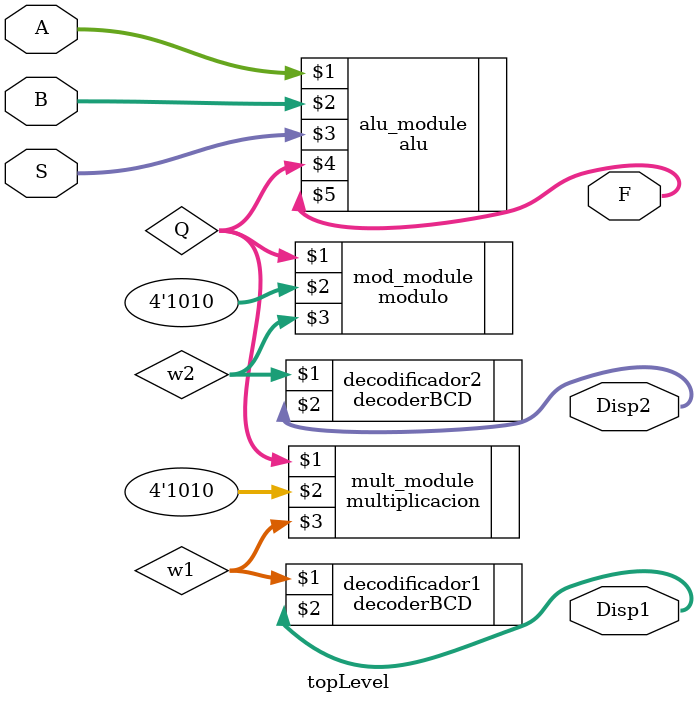
<source format=sv>
module topLevel (A, B, S, Disp1, Disp2, F);

    input logic[3:0] A, B;//Entradas
	
    logic [3:0] Q;// Resultado Binario
	
    input logic[4:0] S; ///Selector de operadores
	
    wire [3:0] w1,w2; //Decenas y Unidades del rsultado
	
    output logic[4:0] F; //Flags
	output logic[7:0] Disp1,Disp2; //Display de 7 segmentos
	
    alu #(4) alu_module(A, B,S, Q, F);
	multiplicacion #(4) mult_module(Q,4'b1010,w1);//Calcular Decenas
	modulo #(4) mod_module(Q,4'b1010,w2);//Calcular unidades
	decoderBCD decodificador1(w1,Disp1);// Decodificador para Decenas
	decoderBCD decodificador2(w2,Disp2);// Decodificador para Unidades

endmodule 
</source>
